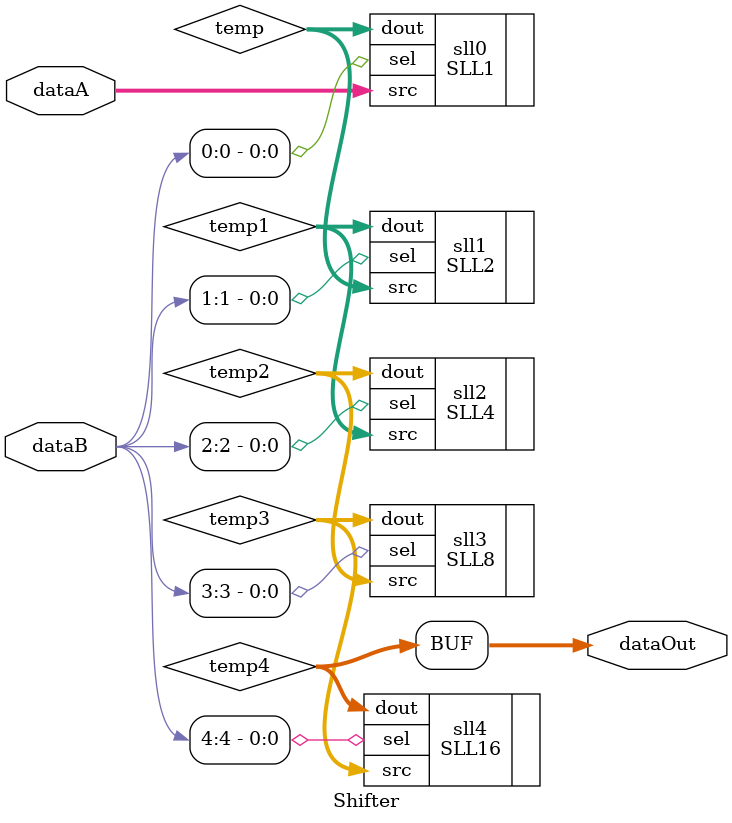
<source format=v>
`timescale 1ns/1ns
module Shifter( dataA, dataB, dataOut );

input [31:0] dataA ;
input [4:0] dataB ;
output [31:0] dataOut ;

wire [31:0] temp;
wire [31:0] temp1,temp2,temp3,temp4;
parameter SLL = 6'b000000; // 0, ����

 SLL1 sll0( .sel(dataB[0]), .src(dataA[31:0]), .dout(temp[31:0]) ) ;
 SLL2 sll1( .sel(dataB[1]), .src(temp[31:0]), .dout(temp1[31:0]) ) ;
 SLL4 sll2( .sel(dataB[2]), .src(temp1[31:0]), .dout(temp2[31:0]) ) ;
 SLL8 sll3( .sel(dataB[3]), .src(temp2[31:0]), .dout(temp3[31:0]) ) ;
 SLL16 sll4( .sel(dataB[4]), .src(temp3[31:0]), .dout(temp4[31:0]) ) ;

assign dataOut = temp4 ;

endmodule
</source>
